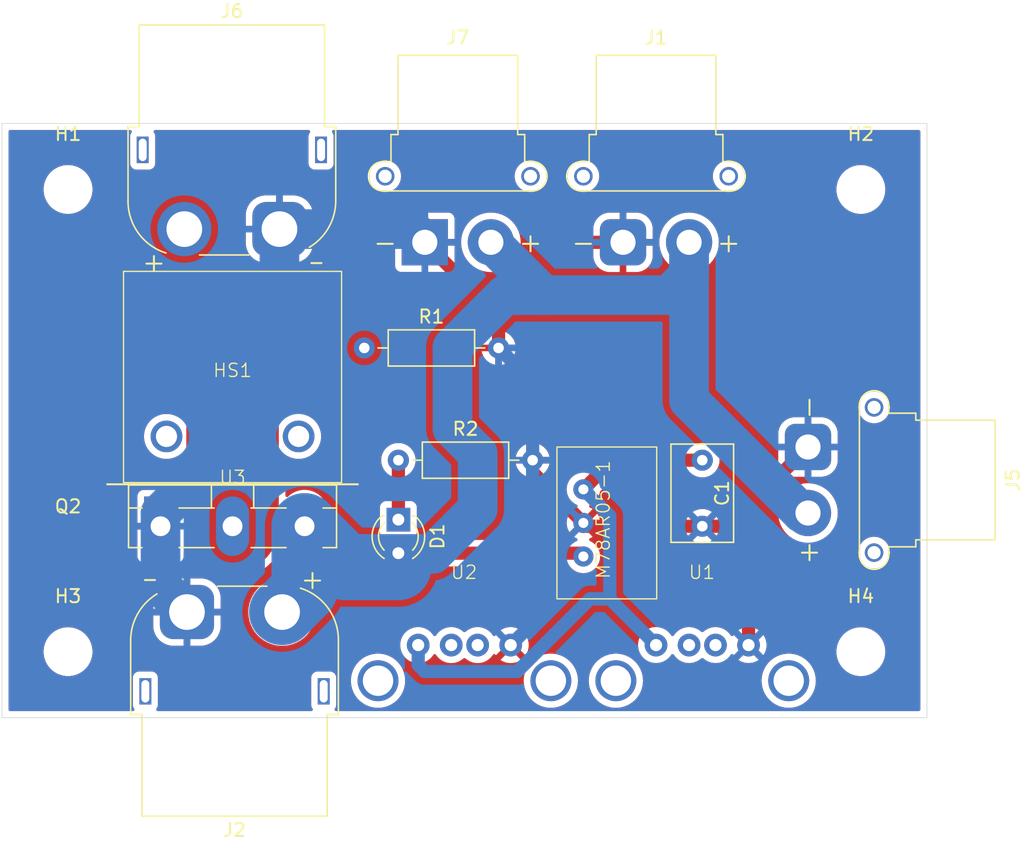
<source format=kicad_pcb>
(kicad_pcb (version 20240108) (generator "pcbnew") (generator_version "8.0")
  (layers (0 "F.Cu" signal) (31 "B.Cu" signal) (34 "B.Paste" user) (35 "F.Paste" user) (36 "B.SilkS" user "B.Silkscreen") (37 "F.SilkS" user "F.Silkscreen") (38 "B.Mask" user) (39 "F.Mask" user) (44 "Edge.Cuts" user))
  (net 0 "")
  (net 5 "Net-(M78AR05-1-Vout)")
  (net 6 "GND")
  (net 7 "Net-(J6-Pin_2)")
  (net 8 "Net-(D1-A)")
  (net 9 "Net-(D1-K)")
  (footprint "Resistor_THT:R_Axial_DIN0207_L6.3mm_D2.5mm_P10.16mm_Horizontal" (layer "F.Cu") (at 197.42 62)
    (property "Reference" "R1" (at 5.08 -2.37 0) (layer "F.SilkS"))
    (property "Value" "100K")
    (fp_line (start 1.04 0) (end 1.81 0) (stroke (width 0.12)) (layer "F.SilkS"))
    (fp_line (start 1.81 -1.37) (end 1.81 1.37) (stroke (width 0.12)) (layer "F.SilkS"))
    (fp_line (start 1.81 1.37) (end 8.35 1.37) (stroke (width 0.12)) (layer "F.SilkS"))
    (fp_line (start 8.35 -1.37) (end 1.81 -1.37) (stroke (width 0.12)) (layer "F.SilkS"))
    (fp_line (start 8.35 1.37) (end 8.35 -1.37) (stroke (width 0.12)) (layer "F.SilkS"))
    (fp_line (start 9.12 0) (end 8.35 0) (stroke (width 0.12)) (layer "F.SilkS"))
    (pad "1" thru_hole circle (at 0 0) (size 1.6 1.6) (drill 0.8) (layers "*.Cu" "*.Mask") (net 7 "Net-(J6-Pin_2)"))
    (pad "2" thru_hole oval (at 10.16 0) (size 1.6 1.6) (drill 0.8) (layers "*.Cu" "*.Mask") (net 6 "GND"))
  )
  (footprint "MountingHole:MountingHole_3.2mm_M3" (layer "F.Cu") (at 175 50)
    (property "Reference" "H1" (at 0 -4.2 0) (layer "F.SilkS"))
    (property "Value" "MountingHole")
    (pad "" np_thru_hole circle (at 0 0) (size 3.2 3.2) (drill 3.2) (layers "*.Cu" "*.Mask"))
  )
  (footprint "LED_THT:LED_D3.0mm" (layer "F.Cu") (at 200 75 -90)
    (property "Reference" "D1" (at 1.27 -2.96 90) (layer "F.SilkS"))
    (property "Value" "LED")
    (fp_line (start -0.29 1.08) (end -0.29 1.236) (stroke (width 0.12)) (layer "F.SilkS"))
    (fp_line (start -0.29 -1.236) (end -0.29 -1.08) (stroke (width 0.12)) (layer "F.SilkS"))
    (fp_arc (start 2.31113 1.079837) (mid 1.270117 1.5) (end 0.229039 1.08) (stroke (width 0.12)) (layer "F.SilkS"))
    (fp_arc (start 2.942335 1.078608) (mid 1.366487 1.987659) (end -0.29 1.235516) (stroke (width 0.12)) (layer "F.SilkS"))
    (fp_arc (start 0.229039 -1.08) (mid 1.270117 -1.5) (end 2.31113 -1.079837) (stroke (width 0.12)) (layer "F.SilkS"))
    (fp_arc (start -0.29 -1.235516) (mid 1.366487 -1.987659) (end 2.942335 -1.078608) (stroke (width 0.12)) (layer "F.SilkS"))
    (pad "1" thru_hole rect (at 0 0 270) (size 1.8 1.8) (drill 0.9) (layers "*.Cu" "*.Mask") (net 9 "Net-(D1-K)"))
    (pad "2" thru_hole circle (at 2.54 0 270) (size 1.8 1.8) (drill 0.9) (layers "*.Cu" "*.Mask") (net 8 "Net-(D1-A)"))
  )
  (footprint "16PB017-01025:TO-3PH" (layer "F.Cu") (at 187.45 72.3)
    (property "Reference" "U3" (at 0 -0.5 0) (layer "F.SilkS") (effects (font (thickness 0.1))))
    (property "Value" "Heatsink_sheet")
    (fp_rect (start -9.5 0) (end 9.5 0.05) (stroke (width 0.1)) (fill none) (layer "F.SilkS"))
  )
  (footprint "16PB017-01025:16PB017-01025" (layer "F.Cu") (at 187.45 64.2)
    (property "Reference" "HS1" (at 0 -0.5 0) (layer "F.SilkS") (effects (font (thickness 0.1))))
    (property "Value" "Heatsink")
    (fp_rect (start -8.25 8) (end 8.25 -8) (stroke (width 0.1)) (fill none) (layer "F.SilkS"))
    (pad "" thru_hole circle (at -5 4.5) (size 2.4 2.4) (drill 1.6) (layers "*.Cu" "*.Mask"))
    (pad "" thru_hole circle (at 5 4.5) (size 2.4 2.4) (drill 1.6) (layers "*.Cu" "*.Mask"))
  )
  (footprint "MountingHole:MountingHole_3.2mm_M3" (layer "F.Cu") (at 235 50)
    (property "Reference" "H2" (at 0 -4.2 0) (layer "F.SilkS"))
    (property "Value" "MountingHole")
    (pad "" np_thru_hole circle (at 0 0) (size 3.2 3.2) (drill 3.2) (layers "*.Cu" "*.Mask"))
  )
  (footprint "Connector_AMASS:AMASS_XT30PW-F_1x02_P2.50mm_Horizontal" (layer "F.Cu") (at 202 54)
    (property "Reference" "J7" (at 2.5 -15.5 0) (layer "F.SilkS"))
    (property "Value" "Conn_Router")
    (fp_line (start -3.26 -6.11) (end -2.56 -6.11) (stroke (width 0.12)) (layer "F.SilkS"))
    (fp_line (start -3.26 -3.89) (end 8.26 -3.89) (stroke (width 0.12)) (layer "F.SilkS"))
    (fp_line (start -2.56 -8.16) (end -2.56 -6.11) (stroke (width 0.12)) (layer "F.SilkS"))
    (fp_line (start -2.56 -8.16) (end -2.03 -8.16) (stroke (width 0.12)) (layer "F.SilkS"))
    (fp_line (start -2.03 -14.16) (end -2.03 -8.16) (stroke (width 0.12)) (layer "F.SilkS"))
    (fp_line (start -2.03 -14.16) (end 7 -14.16) (stroke (width 0.12)) (layer "F.SilkS"))
    (fp_line (start 7.03 -14.16) (end 7.03 -8.16) (stroke (width 0.12)) (layer "F.SilkS"))
    (fp_line (start 7.03 -8.16) (end 7.56 -8.16) (stroke (width 0.12)) (layer "F.SilkS"))
    (fp_line (start 7.56 -8.16) (end 7.56 -6.11) (stroke (width 0.12)) (layer "F.SilkS"))
    (fp_line (start 7.56 -6.11) (end 8.26 -6.11) (stroke (width 0.12)) (layer "F.SilkS"))
    (fp_arc (start -3.321729 -3.903365) (mid -4.256653 -5.086124) (end -3.15 -6.11) (stroke (width 0.12)) (layer "F.SilkS"))
    (fp_arc (start 8.15 -6.11) (mid 9.26 -5) (end 8.15 -3.89) (stroke (width 0.12)) (layer "F.SilkS"))
    (fp_text user "+" (at 8 0 0) (layer "F.SilkS") (effects (font (size 1.5 1.5))))
    (fp_text user "-" (at -3 0 0) (layer "F.SilkS") (effects (font (size 1.5 1.5))))
    (pad "" thru_hole circle (at -3 -5 90) (size 1.4 1.4) (drill 1) (layers "*.Cu" "*.Mask"))
    (pad "" thru_hole circle (at 8 -5) (size 1.4 1.4) (drill 1) (layers "*.Cu" "*.Mask"))
    (pad "1" thru_hole rect (at 0 0) (size 3.5 3.5) (drill 1.9) (layers "*.Cu" "*.Mask") (net 6 "GND"))
    (pad "2" thru_hole circle (at 5 0) (size 3.5 3.5) (drill 1.9) (layers "*.Cu" "*.Mask") (net 8 "Net-(D1-A)"))
  )
  (footprint "M78AR05-1:M78AR05-1" (layer "F.Cu") (at 216 75 90)
    (property "Reference" "M78AR05-1" (at 0 -0.5 90) (layer "F.SilkS") (effects (font (thickness 0.1))))
    (property "Value" "~")
    (fp_rect (start -6 -4) (end 5.5 3.55) (stroke (width 0.1)) (fill none) (layer "F.SilkS"))
    (pad "1" thru_hole circle (at -2.79 -2 90) (size 1.524 1.524) (drill 0.762) (layers "*.Cu" "*.Mask") (net 8 "Net-(D1-A)"))
    (pad "2" thru_hole circle (at -0.25 -2 90) (size 1.524 1.524) (drill 0.762) (layers "*.Cu" "*.Mask") (net 6 "GND"))
    (pad "3" thru_hole circle (at 2.29 -2 90) (size 1.524 1.524) (drill 0.762) (layers "*.Cu" "*.Mask") (net 5 "Net-(M78AR05-1-Vout)"))
  )
  (footprint "5075AR-04-WH:5075AR-04-WH" (layer "F.Cu") (at 205 84.5)
    (property "Reference" "U2" (at -0.03 -5.51 0) (layer "F.SilkS") (effects (font (thickness 0.1))))
    (property "Value" "~")
    (pad "-" thru_hole circle (at -6.54 2.7) (size 3.1 3.1) (drill 2.3) (layers "*.Cu" "*.Mask"))
    (pad "-" thru_hole circle (at 6.54 2.7) (size 3.1 3.1) (drill 2.3) (layers "*.Cu" "*.Mask"))
    (pad "1" thru_hole circle (at -3.5 0) (size 1.72 1.72) (drill 0.92) (layers "*.Cu" "*.Mask") (net 5 "Net-(M78AR05-1-Vout)"))
    (pad "2" thru_hole circle (at -1 0) (size 1.72 1.72) (drill 0.92) (layers "*.Cu" "*.Mask"))
    (pad "3" thru_hole circle (at 1 0) (size 1.72 1.72) (drill 0.92) (layers "*.Cu" "*.Mask"))
    (pad "4" thru_hole circle (at 3.5 0) (size 1.72 1.72) (drill 0.92) (layers "*.Cu" "*.Mask") (net 6 "GND"))
  )
  (footprint "Resistor_THT:R_Axial_DIN0207_L6.3mm_D2.5mm_P10.16mm_Horizontal" (layer "F.Cu") (at 200 70.5)
    (property "Reference" "R2" (at 5.08 -2.37 0) (layer "F.SilkS"))
    (property "Value" "390")
    (fp_line (start 1.04 0) (end 1.81 0) (stroke (width 0.12)) (layer "F.SilkS"))
    (fp_line (start 1.81 -1.37) (end 1.81 1.37) (stroke (width 0.12)) (layer "F.SilkS"))
    (fp_line (start 1.81 1.37) (end 8.35 1.37) (stroke (width 0.12)) (layer "F.SilkS"))
    (fp_line (start 8.35 -1.37) (end 1.81 -1.37) (stroke (width 0.12)) (layer "F.SilkS"))
    (fp_line (start 8.35 1.37) (end 8.35 -1.37) (stroke (width 0.12)) (layer "F.SilkS"))
    (fp_line (start 9.12 0) (end 8.35 0) (stroke (width 0.12)) (layer "F.SilkS"))
    (pad "1" thru_hole circle (at 0 0) (size 1.6 1.6) (drill 0.8) (layers "*.Cu" "*.Mask") (net 9 "Net-(D1-K)"))
    (pad "2" thru_hole oval (at 10.16 0) (size 1.6 1.6) (drill 0.8) (layers "*.Cu" "*.Mask") (net 6 "GND"))
  )
  (footprint "MountingHole:MountingHole_3.2mm_M3" (layer "F.Cu") (at 175 85)
    (property "Reference" "H3" (at 0 -4.2 0) (layer "F.SilkS"))
    (property "Value" "MountingHole")
    (pad "" np_thru_hole circle (at 0 0) (size 3.2 3.2) (drill 3.2) (layers "*.Cu" "*.Mask"))
  )
  (footprint "Connector_AMASS:AMASS_XT30PW-F_1x02_P2.50mm_Horizontal" (layer "F.Cu") (at 217 54)
    (property "Reference" "J1" (at 2.5 -15.5 0) (layer "F.SilkS"))
    (property "Value" "Conn_Switching_Hub")
    (fp_line (start -3.26 -6.11) (end -2.56 -6.11) (stroke (width 0.12)) (layer "F.SilkS"))
    (fp_line (start -3.26 -3.89) (end 8.26 -3.89) (stroke (width 0.12)) (layer "F.SilkS"))
    (fp_line (start -2.56 -8.16) (end -2.56 -6.11) (stroke (width 0.12)) (layer "F.SilkS"))
    (fp_line (start -2.56 -8.16) (end -2.03 -8.16) (stroke (width 0.12)) (layer "F.SilkS"))
    (fp_line (start -2.03 -14.16) (end -2.03 -8.16) (stroke (width 0.12)) (layer "F.SilkS"))
    (fp_line (start -2.03 -14.16) (end 7 -14.16) (stroke (width 0.12)) (layer "F.SilkS"))
    (fp_line (start 7.03 -14.16) (end 7.03 -8.16) (stroke (width 0.12)) (layer "F.SilkS"))
    (fp_line (start 7.03 -8.16) (end 7.56 -8.16) (stroke (width 0.12)) (layer "F.SilkS"))
    (fp_line (start 7.56 -8.16) (end 7.56 -6.11) (stroke (width 0.12)) (layer "F.SilkS"))
    (fp_line (start 7.56 -6.11) (end 8.26 -6.11) (stroke (width 0.12)) (layer "F.SilkS"))
    (fp_arc (start -3.321729 -3.903365) (mid -4.256653 -5.086124) (end -3.15 -6.11) (stroke (width 0.12)) (layer "F.SilkS"))
    (fp_arc (start 8.15 -6.11) (mid 9.26 -5) (end 8.15 -3.89) (stroke (width 0.12)) (layer "F.SilkS"))
    (fp_text user "+" (at 8 0 0) (layer "F.SilkS") (effects (font (size 1.5 1.5))))
    (fp_text user "-" (at -3 0 0) (layer "F.SilkS") (effects (font (size 1.5 1.5))))
    (pad "" thru_hole circle (at -3 -5 90) (size 1.4 1.4) (drill 1) (layers "*.Cu" "*.Mask"))
    (pad "" thru_hole circle (at 8 -5) (size 1.4 1.4) (drill 1) (layers "*.Cu" "*.Mask"))
    (pad "1" thru_hole roundrect (at 0 0) (size 3.5 3.5) (drill 1.9) (layers "*.Cu" "*.Mask") (roundrect_rratio 0.22) (net 6 "GND"))
    (pad "2" thru_hole circle (at 5 0) (size 3.5 3.5) (drill 1.9) (layers "*.Cu" "*.Mask") (net 8 "Net-(D1-A)"))
  )
  (footprint "5075AR-04-WH:5075AR-04-WH" (layer "F.Cu") (at 223 84.5)
    (property "Reference" "U1" (at -0.03 -5.51 0) (layer "F.SilkS") (effects (font (thickness 0.1))))
    (property "Value" "~")
    (pad "-" thru_hole circle (at -6.54 2.7) (size 3.1 3.1) (drill 2.3) (layers "*.Cu" "*.Mask"))
    (pad "-" thru_hole circle (at 6.54 2.7) (size 3.1 3.1) (drill 2.3) (layers "*.Cu" "*.Mask"))
    (pad "1" thru_hole circle (at -3.5 0) (size 1.72 1.72) (drill 0.92) (layers "*.Cu" "*.Mask") (net 5 "Net-(M78AR05-1-Vout)"))
    (pad "2" thru_hole circle (at -1 0) (size 1.72 1.72) (drill 0.92) (layers "*.Cu" "*.Mask"))
    (pad "3" thru_hole circle (at 1 0) (size 1.72 1.72) (drill 0.92) (layers "*.Cu" "*.Mask"))
    (pad "4" thru_hole circle (at 3.5 0) (size 1.72 1.72) (drill 0.92) (layers "*.Cu" "*.Mask") (net 6 "GND"))
  )
  (footprint "Connector_AMASS:AMASS_XT30PW-F_1x02_P2.50mm_Horizontal" (layer "F.Cu") (at 231 69.5 -90)
    (property "Reference" "J5" (at 2.5 -15.5 90) (layer "F.SilkS"))
    (property "Value" "Conn_VLP16")
    (fp_line (start -3.26 -3.89) (end 8.26 -3.89) (stroke (width 0.12)) (layer "F.SilkS"))
    (fp_line (start -3.26 -6.11) (end -2.56 -6.11) (stroke (width 0.12)) (layer "F.SilkS"))
    (fp_line (start 7.56 -6.11) (end 8.26 -6.11) (stroke (width 0.12)) (layer "F.SilkS"))
    (fp_line (start -2.56 -8.16) (end -2.56 -6.11) (stroke (width 0.12)) (layer "F.SilkS"))
    (fp_line (start -2.56 -8.16) (end -2.03 -8.16) (stroke (width 0.12)) (layer "F.SilkS"))
    (fp_line (start 7.03 -8.16) (end 7.56 -8.16) (stroke (width 0.12)) (layer "F.SilkS"))
    (fp_line (start 7.56 -8.16) (end 7.56 -6.11) (stroke (width 0.12)) (layer "F.SilkS"))
    (fp_line (start -2.03 -14.16) (end -2.03 -8.16) (stroke (width 0.12)) (layer "F.SilkS"))
    (fp_line (start -2.03 -14.16) (end 7 -14.16) (stroke (width 0.12)) (layer "F.SilkS"))
    (fp_line (start 7.03 -14.16) (end 7.03 -8.16) (stroke (width 0.12)) (layer "F.SilkS"))
    (fp_arc (start -3.321729 -3.903365) (mid -4.256653 -5.086124) (end -3.15 -6.11) (stroke (width 0.12)) (layer "F.SilkS"))
    (fp_arc (start 8.15 -6.11) (mid 9.26 -5) (end 8.15 -3.89) (stroke (width 0.12)) (layer "F.SilkS"))
    (fp_text user "-" (at -3 0 90) (layer "F.SilkS") (effects (font (size 1.5 1.5))))
    (fp_text user "+" (at 8 0 90) (layer "F.SilkS") (effects (font (size 1.5 1.5))))
    (pad "" thru_hole circle (at -3 -5) (size 1.4 1.4) (drill 1) (layers "*.Cu" "*.Mask"))
    (pad "" thru_hole circle (at 8 -5 270) (size 1.4 1.4) (drill 1) (layers "*.Cu" "*.Mask"))
    (pad "1" thru_hole roundrect (at 0 0 270) (size 3.5 3.5) (drill 1.9) (layers "*.Cu" "*.Mask") (roundrect_rratio 0.22) (net 6 "GND"))
    (pad "2" thru_hole circle (at 5 0 270) (size 3.5 3.5) (drill 1.9) (layers "*.Cu" "*.Mask") (net 8 "Net-(D1-A)"))
  )
  (footprint "Package_TO_SOT_THT:TO-3P-3_Vertical" (layer "F.Cu") (at 182 75.5)
    (property "Reference" "Q2" (at -7 -1.5 0) (layer "F.SilkS"))
    (property "Value" "2SJ555-E")
    (fp_line (start -2.42 -3.12) (end -2.42 1.62) (stroke (width 0.12)) (layer "F.SilkS"))
    (fp_line (start -2.42 -3.12) (end 13.32 -3.12) (stroke (width 0.12)) (layer "F.SilkS"))
    (fp_line (start -2.42 -1.38) (end -1.4 -1.38) (stroke (width 0.12)) (layer "F.SilkS"))
    (fp_line (start -2.42 1.62) (end -1.4 1.62) (stroke (width 0.12)) (layer "F.SilkS"))
    (fp_line (start 1.4 -1.38) (end 4.051 -1.38) (stroke (width 0.12)) (layer "F.SilkS"))
    (fp_line (start 1.4 1.62) (end 4.051 1.62) (stroke (width 0.12)) (layer "F.SilkS"))
    (fp_line (start 3.85 -3.12) (end 3.85 -1.38) (stroke (width 0.12)) (layer "F.SilkS"))
    (fp_line (start 6.85 -1.38) (end 9.5 -1.38) (stroke (width 0.12)) (layer "F.SilkS"))
    (fp_line (start 6.85 1.62) (end 9.5 1.62) (stroke (width 0.12)) (layer "F.SilkS"))
    (fp_line (start 7.051 -3.12) (end 7.051 -1.38) (stroke (width 0.12)) (layer "F.SilkS"))
    (fp_line (start 12.3 -1.38) (end 13.32 -1.38) (stroke (width 0.12)) (layer "F.SilkS"))
    (fp_line (start 12.3 1.62) (end 13.32 1.62) (stroke (width 0.12)) (layer "F.SilkS"))
    (fp_line (start 13.32 -3.12) (end 13.32 1.62) (stroke (width 0.12)) (layer "F.SilkS"))
    (pad "1" thru_hole rect (at 0 0) (size 2.5 4.5) (drill 1.5) (layers "*.Cu" "*.Mask") (net 6 "GND"))
    (pad "2" thru_hole oval (at 5.45 0) (size 2.5 4.5) (drill 1.5) (layers "*.Cu" "*.Mask") (net 7 "Net-(J6-Pin_2)"))
    (pad "3" thru_hole oval (at 10.9 0) (size 2.5 4.5) (drill 1.5) (layers "*.Cu" "*.Mask") (net 8 "Net-(D1-A)"))
  )
  (footprint "MountingHole:MountingHole_3.2mm_M3" (layer "F.Cu") (at 235 85)
    (property "Reference" "H4" (at 0 -4.2 0) (layer "F.SilkS"))
    (property "Value" "MountingHole")
    (pad "" np_thru_hole circle (at 0 0) (size 3.2 3.2) (drill 3.2) (layers "*.Cu" "*.Mask"))
  )
  (footprint "Capacitor_THT:C_Rect_L7.2mm_W4.5mm_P5.00mm_FKS2_FKP2_MKS2_MKP2" (layer "F.Cu") (at 223 70.5 -90)
    (property "Reference" "C1" (at 2.5 -1.5 90) (layer "F.SilkS"))
    (property "Value" "3.3uF")
    (fp_line (start -1.22 2.37) (end 6.22 2.37) (stroke (width 0.12)) (layer "F.SilkS"))
    (fp_line (start -1.22 -2.37) (end -1.22 2.37) (stroke (width 0.12)) (layer "F.SilkS"))
    (fp_line (start -1.22 -2.37) (end 6.22 -2.37) (stroke (width 0.12)) (layer "F.SilkS"))
    (fp_line (start 6.22 -2.37) (end 6.22 2.37) (stroke (width 0.12)) (layer "F.SilkS"))
    (pad "1" thru_hole circle (at 0 0 270) (size 1.6 1.6) (drill 0.8) (layers "*.Cu" "*.Mask") (net 5 "Net-(M78AR05-1-Vout)"))
    (pad "2" thru_hole circle (at 5 0 270) (size 1.6 1.6) (drill 0.8) (layers "*.Cu" "*.Mask") (net 6 "GND"))
  )
  (footprint "Connector_AMASS:AMASS_XT60PW-F_1x02_P7.20mm_Horizontal" (layer "F.Cu") (at 184 82 180)
    (property "Reference" "J2" (at -3.6 -16.5 180) (layer "F.SilkS"))
    (property "Value" "Conn_Jetson")
    (fp_line (start 4.26 -7.76) (end 4.26 -2.15) (stroke (width 0.12)) (layer "F.SilkS"))
    (fp_line (start 3.41 -7.76) (end 4.26 -7.76) (stroke (width 0.12)) (layer "F.SilkS"))
    (fp_line (start 3.41 -15.46) (end 3.41 -7.76) (stroke (width 0.12)) (layer "F.SilkS"))
    (fp_line (start -6.05 1.96) (end -2.31 1.96) (stroke (width 0.12)) (layer "F.SilkS"))
    (fp_line (start -10.61 -15.46) (end 3.41 -15.46) (stroke (width 0.12)) (layer "F.SilkS"))
    (fp_line (start -10.61 -15.46) (end -10.61 -7.76) (stroke (width 0.12)) (layer "F.SilkS"))
    (fp_line (start -11.46 -7.76) (end -10.61 -7.76) (stroke (width 0.12)) (layer "F.SilkS"))
    (fp_line (start -11.46 -7.76) (end -11.46 -2.15) (stroke (width 0.12)) (layer "F.SilkS"))
    (fp_arc (start 4.26 -2.15) (mid 3.727162 -0.126139) (end 2.266806 1.372958) (stroke (width 0.12)) (layer "F.SilkS"))
    (fp_arc (start -8.5899 1.808718) (mid -10.677645 0.302568) (end -11.46 -2.15) (stroke (width 0.12)) (layer "F.SilkS"))
    (fp_text user "-" (at 2.8 2.5 180) (layer "F.SilkS"))
    (fp_text user "+" (at -9.5 2.5 180) (layer "F.SilkS") (effects (font (size 1.5 1.5))))
    (pad "" thru_hole rect (at -10.35 -6 180) (size 0.9 2) (drill oval 0.6 1.7) (layers "*.Cu" "*.Mask"))
    (pad "" thru_hole rect (at 3.15 -6 180) (size 0.9 2) (drill oval 0.6 1.7) (layers "*.Cu" "*.Mask"))
    (pad "1" thru_hole roundrect (at 0 0 180) (size 4.1 4.1) (drill 2.7) (layers "*.Cu" "*.Mask") (net 6 "GND"))
    (pad "2" thru_hole circle (at -7.2 0 180) (size 4.1 4.1) (drill 2.7) (layers "*.Cu" "*.Mask") (net 8 "Net-(D1-A)"))
  )
  (footprint "Connector_AMASS:AMASS_XT60PW-F_1x02_P7.20mm_Horizontal" (layer "F.Cu") (at 191 53)
    (property "Reference" "J6" (at -3.6 -16.5 0) (layer "F.SilkS"))
    (property "Value" "Conn_Main_DCDC")
    (fp_line (start -11.46 -7.76) (end -11.46 -2.15) (stroke (width 0.12)) (layer "F.SilkS"))
    (fp_line (start -11.46 -7.76) (end -10.61 -7.76) (stroke (width 0.12)) (layer "F.SilkS"))
    (fp_line (start -10.61 -15.46) (end -10.61 -7.76) (stroke (width 0.12)) (layer "F.SilkS"))
    (fp_line (start -10.61 -15.46) (end 3.41 -15.46) (stroke (width 0.12)) (layer "F.SilkS"))
    (fp_line (start -6.05 1.96) (end -2.31 1.96) (stroke (width 0.12)) (layer "F.SilkS"))
    (fp_line (start 3.41 -15.46) (end 3.41 -7.76) (stroke (width 0.12)) (layer "F.SilkS"))
    (fp_line (start 3.41 -7.76) (end 4.26 -7.76) (stroke (width 0.12)) (layer "F.SilkS"))
    (fp_line (start 4.26 -7.76) (end 4.26 -2.15) (stroke (width 0.12)) (layer "F.SilkS"))
    (fp_arc (start -8.5899 1.808718) (mid -10.677645 0.302568) (end -11.46 -2.15) (stroke (width 0.12)) (layer "F.SilkS"))
    (fp_arc (start 4.26 -2.15) (mid 3.727162 -0.126139) (end 2.266806 1.372958) (stroke (width 0.12)) (layer "F.SilkS"))
    (fp_text user "+" (at -9.5 2.5 0) (layer "F.SilkS") (effects (font (size 1.5 1.5))))
    (fp_text user "-" (at 2.8 2.5 0) (layer "F.SilkS"))
    (pad "" thru_hole rect (at -10.35 -6) (size 0.9 2) (drill oval 0.6 1.7) (layers "*.Cu" "*.Mask"))
    (pad "" thru_hole rect (at 3.15 -6) (size 0.9 2) (drill oval 0.6 1.7) (layers "*.Cu" "*.Mask"))
    (pad "1" thru_hole roundrect (at 0 0) (size 4.1 4.1) (drill 2.7) (layers "*.Cu" "*.Mask") (net 6 "GND"))
    (pad "2" thru_hole circle (at -7.2 0) (size 4.1 4.1) (drill 2.7) (layers "*.Cu" "*.Mask") (net 7 "Net-(J6-Pin_2)"))
  )
  (gr_rect (start 170 45) (end 240 90) (stroke (width 0.05)) (fill none) (layer "Edge.Cuts"))
  (segment (start 216.21 70.5) (end 214 72.71) (width 1) (layer "F.Cu") (net 5))
  (segment (start 223 70.5) (end 216.21 70.5) (width 1) (layer "F.Cu") (net 5))
  (segment (start 216 81) (end 219.5 84.5) (width 1) (layer "B.Cu") (net 5))
  (segment (start 209 86.5) (end 214.5 81) (width 1) (layer "B.Cu") (net 5))
  (segment (start 214 72.71) (end 216 74.71) (width 1) (layer "B.Cu") (net 5))
  (segment (start 202 86.5) (end 209 86.5) (width 1) (layer "B.Cu") (net 5))
  (segment (start 201.5 86) (end 202 86.5) (width 1) (layer "B.Cu") (net 5))
  (segment (start 214.5 81) (end 216 81) (width 1) (layer "B.Cu") (net 5))
  (segment (start 201.5 84.5) (end 201.5 86) (width 1) (layer "B.Cu") (net 5))
  (segment (start 216 74.71) (end 216 81) (width 1) (layer "B.Cu") (net 5))
  (segment (start 214.25 75.5) (end 214 75.25) (width 1) (layer "F.Cu") (net 6))
  (segment (start 207.58 62) (end 207.58 59.58) (width 1) (layer "F.Cu") (net 6))
  (segment (start 226 75.5) (end 226 74.5) (width 1) (layer "F.Cu") (net 6))
  (segment (start 217 54) (end 213.16 54) (width 1) (layer "F.Cu") (net 6))
  (segment (start 223 75.5) (end 226 75.5) (width 1) (layer "F.Cu") (net 6))
  (segment (start 226 75.5) (end 226.5 76) (width 1) (layer "F.Cu") (net 6))
  (segment (start 223 75.5) (end 214.25 75.5) (width 1) (layer "F.Cu") (net 6))
  (segment (start 226.5 76) (end 226.5 84.5) (width 1) (layer "F.Cu") (net 6))
  (segment (start 210.16 70.5) (end 210.16 71.41) (width 1) (layer "F.Cu") (net 6))
  (segment (start 210.16 71.41) (end 214 75.25) (width 1) (layer "F.Cu") (net 6))
  (segment (start 207.58 59.58) (end 202 54) (width 1) (layer "F.Cu") (net 6))
  (segment (start 213.16 54) (end 207.58 59.58) (width 1) (layer "F.Cu") (net 6))
  (segment (start 226 74.5) (end 231 69.5) (width 1) (layer "F.Cu") (net 6))
  (segment (start 210.16 70.5) (end 210.5 70.5) (width 1) (layer "F.Cu") (net 6))
  (segment (start 191 53) (end 201 53) (width 3) (layer "B.Cu") (net 6))
  (segment (start 210.16 64.58) (end 207.58 62) (width 1) (layer "B.Cu") (net 6))
  (segment (start 210.16 70.5) (end 210.16 82.84) (width 1) (layer "B.Cu") (net 6))
  (segment (start 182 80) (end 184 82) (width 3) (layer "B.Cu") (net 6))
  (segment (start 210.16 82.84) (end 208.5 84.5) (width 1) (layer "B.Cu") (net 6))
  (segment (start 191 65.5) (end 182 74.5) (width 3) (layer "B.Cu") (net 6))
  (segment (start 191 53) (end 191 65.5) (width 3) (layer "B.Cu") (net 6))
  (segment (start 182 75.5) (end 182 80) (width 3) (layer "B.Cu") (net 6))
  (segment (start 182 74.5) (end 182 75.5) (width 3) (layer "B.Cu") (net 6))
  (segment (start 201 53) (end 202 54) (width 3) (layer "B.Cu") (net 6))
  (segment (start 210.16 70.5) (end 210.5 70.5) (width 1) (layer "B.Cu") (net 6))
  (segment (start 210.16 70.5) (end 210.16 64.58) (width 1) (layer "B.Cu") (net 6))
  (segment (start 191.7 62) (end 197.42 62) (width 7) (layer "F.Cu") (net 7))
  (segment (start 189.900863 62) (end 191.7 62) (width 7) (layer "F.Cu") (net 7))
  (segment (start 183.8 55.899137) (end 189.900863 62) (width 7) (layer "F.Cu") (net 7))
  (segment (start 187.45 66.25) (end 191.7 62) (width 7) (layer "F.Cu") (net 7))
  (segment (start 183.8 53) (end 183.8 55.899137) (width 7) (layer "F.Cu") (net 7))
  (segment (start 187.45 75.5) (end 187.45 66.25) (width 7) (layer "F.Cu") (net 7))
  (segment (start 200 77.54) (end 213.75 77.54) (width 1) (layer "F.Cu") (net 8))
  (segment (start 213.75 77.54) (end 214 77.79) (width 1) (layer "F.Cu") (net 8))
  (segment (start 222 54) (end 222 56.474873) (width 3) (layer "B.Cu") (net 8))
  (segment (start 220.474873 58) (end 211 58) (width 3) (layer "B.Cu") (net 8))
  (segment (start 202.6 77.6) (end 200 77.6) (width 3) (layer "B.Cu") (net 8))
  (segment (start 211 58) (end 208.044466 58) (width 3) (layer "B.Cu") (net 8))
  (segment (start 204.1 68.1) (end 206 70) (width 3) (layer "B.Cu") (net 8))
  (segment (start 192.9 75.5) (end 192.9 80.3) (width 5) (layer "B.Cu") (net 8))
  (segment (start 192.9 80.3) (end 191.2 82) (width 5) (layer "B.Cu") (net 8))
  (segment (start 222 65.964466) (end 222 54) (width 3) (layer "B.Cu") (net 8))
  (segment (start 211 58) (end 207 54) (width 3) (layer "B.Cu") (net 8))
  (segment (start 222 56.474873) (end 220.474873 58) (width 3) (layer "B.Cu") (net 8))
  (segment (start 206 74.2) (end 202.6 77.6) (width 3) (layer "B.Cu") (net 8))
  (segment (start 206 70) (end 206 74.2) (width 3) (layer "B.Cu") (net 8))
  (segment (start 204.1 61.944466) (end 204.1 68.1) (width 3) (layer "B.Cu") (net 8))
  (segment (start 230.535534 74.5) (end 231 74.5) (width 3) (layer "B.Cu") (net 8))
  (segment (start 208.044466 58) (end 204.1 61.944466) (width 3) (layer "B.Cu") (net 8))
  (segment (start 192.9 75.5) (end 196 78.6) (width 5) (layer "B.Cu") (net 8))
  (segment (start 222 65.964466) (end 230.535534 74.5) (width 3) (layer "B.Cu") (net 8))
  (segment (start 196 78.6) (end 200 78.6) (width 5) (layer "B.Cu") (net 8))
  (segment (start 200 70.5) (end 200 75) (width 1) (layer "F.Cu") (net 9))
  (zone (net 6) (net_name "GND") (layers "F&B.Cu") (connect_pads (clearance 0.5)) (min_thickness 0.25) (fill yes (thermal_gap 0.5) (thermal_bridge_width 0.5))
    (polygon (pts (xy 240 45) (xy 170 45) (xy 170 90) (xy 240 90)))
  )
)
</source>
